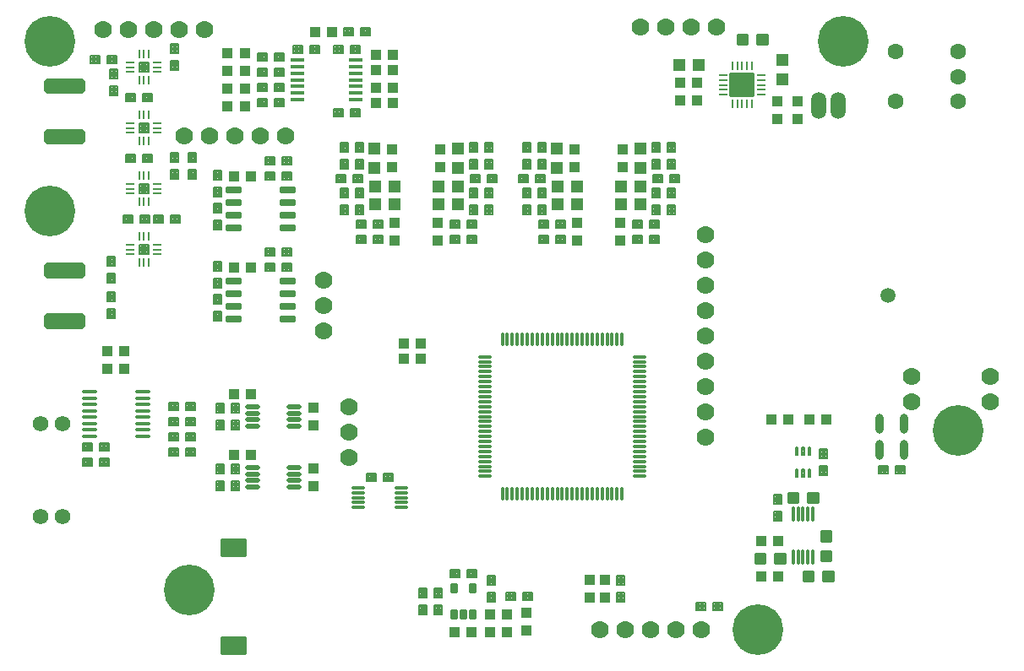
<source format=gts>
*
*
G04 PADS9.1 Build Number: 384028 generated Gerber (RS-274-X) file*
G04 PC Version=2.1*
*
%IN "PSDR.pcb"*%
*
%MOIN*%
*
%FSLAX35Y35*%
*
*
*
*
G04 PC Standard Apertures*
*
*
G04 Thermal Relief Aperture macro.*
%AMTER*
1,1,$1,0,0*
1,0,$1-$2,0,0*
21,0,$3,$4,0,0,45*
21,0,$3,$4,0,0,135*
%
*
*
G04 Annular Aperture macro.*
%AMANN*
1,1,$1,0,0*
1,0,$2,0,0*
%
*
*
G04 Odd Aperture macro.*
%AMODD*
1,1,$1,0,0*
1,0,$1-0.005,0,0*
%
*
*
G04 PC Custom Aperture Macros*
*
*
*
*
*
*
G04 PC Aperture Table*
*
%ADD010C,0.01*%
%ADD011C,0.008*%
%ADD012C,0.00787*%
%ADD013C,0.01575*%
%ADD031C,0.05906*%
%ADD042C,0.001*%
%ADD048C,0.07*%
%ADD072C,0.062*%
%ADD089R,0.043X0.039*%
%ADD090R,0.048X0.048*%
%ADD096R,0.039X0.043*%
%ADD102O,0.03346X0.00984*%
%ADD103O,0.00984X0.03346*%
%ADD104C,0.01181*%
%ADD149C,0.032*%
%ADD152C,0.063*%
%ADD154O,0.05906X0.0175*%
%ADD155O,0.05906X0.01575*%
%ADD156O,0.05512X0.01142*%
%ADD157O,0.05512X0.01575*%
%ADD158O,0.0315X0.07874*%
%ADD159O,0.05906X0.1063*%
%ADD160O,0.01142X0.06102*%
%ADD161O,0.03937X0.00984*%
%ADD162O,0.00984X0.03937*%
%ADD163O,0.01142X0.05709*%
%ADD164O,0.05709X0.01142*%
%ADD165C,0.2*%
*
*
*
*
G04 PC Circuitry*
G04 Layer Name PSDR.pcb - circuitry*
%LPD*%
*
*
G04 PC Custom Flashes*
G04 Layer Name PSDR.pcb - flashes*
%LPD*%
*
*
G04 PC Circuitry*
G04 Layer Name PSDR.pcb - circuitry*
%LPD*%
*
G54D10*
G01X391000Y343100D02*
Y346900D01*
X394800*
Y343100*
X391000*
Y344000D02*
X394800D01*
X391000Y345000D02*
X394800D01*
X391000Y346000D02*
X394800D01*
X391000Y343100D02*
Y346900D01*
X392000Y343100D02*
Y346900D01*
X393000Y343100D02*
Y346900D01*
X394000Y343100D02*
Y346900D01*
X383200Y343100D02*
Y346900D01*
X387000*
Y343100*
X383200*
Y344000D02*
X387000D01*
X383200Y345000D02*
X387000D01*
X383200Y346000D02*
X387000D01*
X384000Y343100D02*
Y346900D01*
X385000Y343100D02*
Y346900D01*
X386000Y343100D02*
Y346900D01*
X387000Y343100D02*
Y346900D01*
X416100Y139200D02*
Y143000D01*
X419900*
Y139200*
X416100*
Y140000D02*
X419900D01*
X416100Y141000D02*
X419900D01*
X416100Y142000D02*
X419900D01*
X416100Y143000D02*
X419900D01*
X417000Y139200D02*
Y143000D01*
X418000Y139200D02*
Y143000D01*
X419000Y139200D02*
Y143000D01*
X416100Y147000D02*
Y150800D01*
X419900*
Y147000*
X416100*
X419900*
X416100Y148000D02*
X419900D01*
X416100Y149000D02*
X419900D01*
X416100Y150000D02*
X419900D01*
X417000Y147000D02*
Y150800D01*
X418000Y147000D02*
Y150800D01*
X419000Y147000D02*
Y150800D01*
X409200Y131100D02*
Y134900D01*
X413000*
Y131100*
X409200*
Y132000D02*
X413000D01*
X409200Y133000D02*
X413000D01*
X409200Y134000D02*
X413000D01*
X410000Y131100D02*
Y134900D01*
X411000Y131100D02*
Y134900D01*
X412000Y131100D02*
Y134900D01*
X413000Y131100D02*
Y134900D01*
X417000Y131100D02*
Y134900D01*
X420800*
Y131100*
X417000*
Y132000D02*
X420800D01*
X417000Y133000D02*
X420800D01*
X417000Y134000D02*
X420800D01*
X417000Y131100D02*
Y134900D01*
X418000Y131100D02*
Y134900D01*
X419000Y131100D02*
Y134900D01*
X420000Y131100D02*
Y134900D01*
X398000Y138100D02*
Y141900D01*
X401800*
Y138100*
X398000*
Y139000D02*
X401800D01*
X398000Y140000D02*
X401800D01*
X398000Y141000D02*
X401800D01*
X398000Y138100D02*
Y141900D01*
X399000Y138100D02*
Y141900D01*
X400000Y138100D02*
Y141900D01*
X401000Y138100D02*
Y141900D01*
X390200Y138100D02*
Y141900D01*
X394000*
Y138100*
X390200*
Y139000D02*
X394000D01*
X390200Y140000D02*
X394000D01*
X390200Y141000D02*
X394000D01*
X391000Y138100D02*
Y141900D01*
X392000Y138100D02*
Y141900D01*
X393000Y138100D02*
Y141900D01*
X394000Y138100D02*
Y141900D01*
X411000Y162100D02*
Y165900D01*
X414800*
Y162100*
X411000*
Y163000D02*
X414800D01*
X411000Y164000D02*
X414800D01*
X411000Y165000D02*
X414800D01*
X411000Y162100D02*
Y165900D01*
X412000Y162100D02*
Y165900D01*
X413000Y162100D02*
Y165900D01*
X414000Y162100D02*
Y165900D01*
X403200Y162100D02*
Y165900D01*
X407000*
Y162100*
X403200*
Y163000D02*
X407000D01*
X403200Y164000D02*
X407000D01*
X403200Y165000D02*
X407000D01*
X404000Y162100D02*
Y165900D01*
X405000Y162100D02*
Y165900D01*
X406000Y162100D02*
Y165900D01*
X407000Y162100D02*
Y165900D01*
G54D11*
X298450Y304100D02*
X301550D01*
Y300600*
X298450*
Y304100*
Y300800D02*
X301550D01*
X298450Y301600D02*
X301550D01*
X298450Y302400D02*
X301550D01*
X298450Y303200D02*
X301550D01*
X298450Y304000D02*
X301550D01*
X299200Y300600D02*
Y304100D01*
X300000Y300600D02*
Y304100D01*
X300800Y300600D02*
Y304100D01*
X298450Y297400D02*
X301550D01*
Y293900*
X298450*
Y297400*
Y294400D02*
X301550D01*
X298450Y295200D02*
X301550D01*
X298450Y296000D02*
X301550D01*
X298450Y296800D02*
X301550D01*
X299200Y293900D02*
Y297400D01*
X300000Y293900D02*
Y297400D01*
X300800Y293900D02*
Y297400D01*
X307100Y291550D02*
Y288450D01*
X303600*
Y291550*
X307100*
X303600Y288800D02*
X307100D01*
X303600Y289600D02*
X307100D01*
X303600Y290400D02*
X307100D01*
X303600Y291200D02*
X307100D01*
X304000Y288450D02*
Y291550D01*
X304800Y288450D02*
Y291550D01*
X305600Y288450D02*
Y291550D01*
X306400Y288450D02*
Y291550D01*
X300400D02*
Y288450D01*
X296900*
Y291550*
X300400*
X296900Y288800D02*
X300400D01*
X296900Y289600D02*
X300400D01*
X296900Y290400D02*
X300400D01*
X296900Y291200D02*
X300400D01*
X297600Y288450D02*
Y291550D01*
X298400Y288450D02*
Y291550D01*
X299200Y288450D02*
Y291550D01*
X300000Y288450D02*
Y291550D01*
X301550Y275900D02*
X298450D01*
Y279400*
X301550*
Y275900*
X298450Y276000D02*
X301550D01*
X298450Y276800D02*
X301550D01*
X298450Y277600D02*
X301550D01*
X298450Y278400D02*
X301550D01*
X298450Y279200D02*
X301550D01*
X299200Y275900D02*
Y279400D01*
X300000Y275900D02*
Y279400D01*
X300800Y275900D02*
Y279400D01*
X301550Y282600D02*
X298450D01*
Y286100*
X301550*
Y282600*
X298450Y283200D02*
X301550D01*
X298450Y284000D02*
X301550D01*
X298450Y284800D02*
X301550D01*
X298450Y285600D02*
X301550D01*
X299200Y282600D02*
Y286100D01*
X300000Y282600D02*
Y286100D01*
X300800Y282600D02*
Y286100D01*
X315100Y267550D02*
Y264450D01*
X311600*
Y267550*
X315100*
X311600Y264800D02*
X315100D01*
X311600Y265600D02*
X315100D01*
X311600Y266400D02*
X315100D01*
X311600Y267200D02*
X315100D01*
X312000Y264450D02*
Y267550D01*
X312800Y264450D02*
Y267550D01*
X313600Y264450D02*
Y267550D01*
X314400Y264450D02*
Y267550D01*
X308400D02*
Y264450D01*
X304900*
Y267550*
X308400*
X304900Y264800D02*
X308400D01*
X304900Y265600D02*
X308400D01*
X304900Y266400D02*
X308400D01*
X304900Y267200D02*
X308400D01*
X305600Y264450D02*
Y267550D01*
X306400Y264450D02*
Y267550D01*
X307200Y264450D02*
Y267550D01*
X308000Y264450D02*
Y267550D01*
X304450Y304100D02*
X307550D01*
Y300600*
X304450*
Y304100*
Y300800D02*
X307550D01*
X304450Y301600D02*
X307550D01*
X304450Y302400D02*
X307550D01*
X304450Y303200D02*
X307550D01*
X304450Y304000D02*
X307550D01*
X304800Y300600D02*
Y304100D01*
X305600Y300600D02*
Y304100D01*
X306400Y300600D02*
Y304100D01*
X307200Y300600D02*
Y304100D01*
X304450Y297400D02*
X307550D01*
Y293900*
X304450*
Y297400*
Y294400D02*
X307550D01*
X304450Y295200D02*
X307550D01*
X304450Y296000D02*
X307550D01*
X304450Y296800D02*
X307550D01*
X304800Y293900D02*
Y297400D01*
X305600Y293900D02*
Y297400D01*
X306400Y293900D02*
Y297400D01*
X307200Y293900D02*
Y297400D01*
X304450Y286100D02*
X307550D01*
Y282600*
X304450*
Y286100*
Y283200D02*
X307550D01*
X304450Y284000D02*
X307550D01*
X304450Y284800D02*
X307550D01*
X304450Y285600D02*
X307550D01*
X304800Y282600D02*
Y286100D01*
X305600Y282600D02*
Y286100D01*
X306400Y282600D02*
Y286100D01*
X307200Y282600D02*
Y286100D01*
X304450Y279400D02*
X307550D01*
Y275900*
X304450*
Y279400*
Y276000D02*
X307550D01*
X304450Y276800D02*
X307550D01*
X304450Y277600D02*
X307550D01*
X304450Y278400D02*
X307550D01*
X304450Y279200D02*
X307550D01*
X304800Y275900D02*
Y279400D01*
X305600Y275900D02*
Y279400D01*
X306400Y275900D02*
Y279400D01*
X307200Y275900D02*
Y279400D01*
X304900Y270450D02*
Y273550D01*
X308400*
Y270450*
X304900*
Y271200D02*
X308400D01*
X304900Y272000D02*
X308400D01*
X304900Y272800D02*
X308400D01*
X305600Y270450D02*
Y273550D01*
X306400Y270450D02*
Y273550D01*
X307200Y270450D02*
Y273550D01*
X308000Y270450D02*
Y273550D01*
X311600Y270450D02*
Y273550D01*
X315100*
Y270450*
X311600*
Y271200D02*
X315100D01*
X311600Y272000D02*
X315100D01*
X311600Y272800D02*
X315100D01*
X312000Y270450D02*
Y273550D01*
X312800Y270450D02*
Y273550D01*
X313600Y270450D02*
Y273550D01*
X314400Y270450D02*
Y273550D01*
X341900Y264450D02*
Y267550D01*
X345400*
Y264450*
X341900*
Y264800D02*
X345400D01*
X341900Y265600D02*
X345400D01*
X341900Y266400D02*
X345400D01*
X341900Y267200D02*
X345400D01*
X342400Y264450D02*
Y267550D01*
X343200Y264450D02*
Y267550D01*
X344000Y264450D02*
Y267550D01*
X344800Y264450D02*
Y267550D01*
X348600Y264450D02*
Y267550D01*
X352100*
Y264450*
X348600*
Y264800D02*
X352100D01*
X348600Y265600D02*
X352100D01*
X348600Y266400D02*
X352100D01*
X348600Y267200D02*
X352100D01*
X348800Y264450D02*
Y267550D01*
X349600Y264450D02*
Y267550D01*
X350400Y264450D02*
Y267550D01*
X351200Y264450D02*
Y267550D01*
X352000Y264450D02*
Y267550D01*
X349900Y288450D02*
Y291550D01*
X353400*
Y288450*
X349900*
Y288800D02*
X353400D01*
X349900Y289600D02*
X353400D01*
X349900Y290400D02*
X353400D01*
X349900Y291200D02*
X353400D01*
X350400Y288450D02*
Y291550D01*
X351200Y288450D02*
Y291550D01*
X352000Y288450D02*
Y291550D01*
X352800Y288450D02*
Y291550D01*
X356600Y288450D02*
Y291550D01*
X360100*
Y288450*
X356600*
Y288800D02*
X360100D01*
X356600Y289600D02*
X360100D01*
X356600Y290400D02*
X360100D01*
X356600Y291200D02*
X360100D01*
X356800Y288450D02*
Y291550D01*
X357600Y288450D02*
Y291550D01*
X358400Y288450D02*
Y291550D01*
X359200Y288450D02*
Y291550D01*
X360000Y288450D02*
Y291550D01*
X124900Y176450D02*
Y179550D01*
X128400*
Y176450*
X124900*
Y176800D02*
X128400D01*
X124900Y177600D02*
X128400D01*
X124900Y178400D02*
X128400D01*
X124900Y179200D02*
X128400D01*
X125600Y176450D02*
Y179550D01*
X126400Y176450D02*
Y179550D01*
X127200Y176450D02*
Y179550D01*
X128000Y176450D02*
Y179550D01*
X131600Y176450D02*
Y179550D01*
X135100*
Y176450*
X131600*
Y176800D02*
X135100D01*
X131600Y177600D02*
X135100D01*
X131600Y178400D02*
X135100D01*
X131600Y179200D02*
X135100D01*
X132000Y176450D02*
Y179550D01*
X132800Y176450D02*
Y179550D01*
X133600Y176450D02*
Y179550D01*
X134400Y176450D02*
Y179550D01*
X238100Y349550D02*
Y346450D01*
X234600*
Y349550*
X238100*
X234600Y347200D02*
X238100D01*
X234600Y348000D02*
X238100D01*
X234600Y348800D02*
X238100D01*
X235200Y346450D02*
Y349550D01*
X236000Y346450D02*
Y349550D01*
X236800Y346450D02*
Y349550D01*
X237600Y346450D02*
Y349550D01*
X231400D02*
Y346450D01*
X227900*
Y349550*
X231400*
X227900Y347200D02*
X231400D01*
X227900Y348000D02*
X231400D01*
X227900Y348800D02*
X231400D01*
X228000Y346450D02*
Y349550D01*
X228800Y346450D02*
Y349550D01*
X229600Y346450D02*
Y349550D01*
X230400Y346450D02*
Y349550D01*
X231200Y346450D02*
Y349550D01*
X196900Y259450D02*
Y262550D01*
X200400*
Y259450*
X196900*
Y260000D02*
X200400D01*
X196900Y260800D02*
X200400D01*
X196900Y261600D02*
X200400D01*
X196900Y262400D02*
X200400D01*
X197600Y259450D02*
Y262550D01*
X198400Y259450D02*
Y262550D01*
X199200Y259450D02*
Y262550D01*
X200000Y259450D02*
Y262550D01*
X203600Y259450D02*
Y262550D01*
X207100*
Y259450*
X203600*
Y260000D02*
X207100D01*
X203600Y260800D02*
X207100D01*
X203600Y261600D02*
X207100D01*
X203600Y262400D02*
X207100D01*
X204000Y259450D02*
Y262550D01*
X204800Y259450D02*
Y262550D01*
X205600Y259450D02*
Y262550D01*
X206400Y259450D02*
Y262550D01*
X196900Y253450D02*
Y256550D01*
X200400*
Y253450*
X196900*
Y253600D02*
X200400D01*
X196900Y254400D02*
X200400D01*
X196900Y255200D02*
X200400D01*
X196900Y256000D02*
X200400D01*
X197600Y253450D02*
Y256550D01*
X198400Y253450D02*
Y256550D01*
X199200Y253450D02*
Y256550D01*
X200000Y253450D02*
Y256550D01*
X203600Y253450D02*
Y256550D01*
X207100*
Y253450*
X203600*
Y253600D02*
X207100D01*
X203600Y254400D02*
X207100D01*
X203600Y255200D02*
X207100D01*
X203600Y256000D02*
X207100D01*
X204000Y253450D02*
Y256550D01*
X204800Y253450D02*
Y256550D01*
X205600Y253450D02*
Y256550D01*
X206400Y253450D02*
Y256550D01*
X196900Y295450D02*
Y298550D01*
X200400*
Y295450*
X196900*
Y296000D02*
X200400D01*
X196900Y296800D02*
X200400D01*
X196900Y297600D02*
X200400D01*
X196900Y298400D02*
X200400D01*
X197600Y295450D02*
Y298550D01*
X198400Y295450D02*
Y298550D01*
X199200Y295450D02*
Y298550D01*
X200000Y295450D02*
Y298550D01*
X203600Y295450D02*
Y298550D01*
X207100*
Y295450*
X203600*
Y296000D02*
X207100D01*
X203600Y296800D02*
X207100D01*
X203600Y297600D02*
X207100D01*
X203600Y298400D02*
X207100D01*
X204000Y295450D02*
Y298550D01*
X204800Y295450D02*
Y298550D01*
X205600Y295450D02*
Y298550D01*
X206400Y295450D02*
Y298550D01*
X196900Y289450D02*
Y292550D01*
X200400*
Y289450*
X196900*
Y289600D02*
X200400D01*
X196900Y290400D02*
X200400D01*
X196900Y291200D02*
X200400D01*
X196900Y292000D02*
X200400D01*
X197600Y289450D02*
Y292550D01*
X198400Y289450D02*
Y292550D01*
X199200Y289450D02*
Y292550D01*
X200000Y289450D02*
Y292550D01*
X203600Y289450D02*
Y292550D01*
X207100*
Y289450*
X203600*
Y289600D02*
X207100D01*
X203600Y290400D02*
X207100D01*
X203600Y291200D02*
X207100D01*
X203600Y292000D02*
X207100D01*
X204000Y289450D02*
Y292550D01*
X204800Y289450D02*
Y292550D01*
X205600Y289450D02*
Y292550D01*
X206400Y289450D02*
Y292550D01*
X124900Y182450D02*
Y185550D01*
X128400*
Y182450*
X124900*
Y183200D02*
X128400D01*
X124900Y184000D02*
X128400D01*
X124900Y184800D02*
X128400D01*
X125600Y182450D02*
Y185550D01*
X126400Y182450D02*
Y185550D01*
X127200Y182450D02*
Y185550D01*
X128000Y182450D02*
Y185550D01*
X131600Y182450D02*
Y185550D01*
X135100*
Y182450*
X131600*
Y183200D02*
X135100D01*
X131600Y184000D02*
X135100D01*
X131600Y184800D02*
X135100D01*
X132000Y182450D02*
Y185550D01*
X132800Y182450D02*
Y185550D01*
X133600Y182450D02*
Y185550D01*
X134400Y182450D02*
Y185550D01*
X176450Y293100D02*
X179550D01*
Y289600*
X176450*
Y293100*
Y289600D02*
X179550D01*
X176450Y290400D02*
X179550D01*
X176450Y291200D02*
X179550D01*
X176450Y292000D02*
X179550D01*
X176450Y292800D02*
X179550D01*
X176800Y289600D02*
Y293100D01*
X177600Y289600D02*
Y293100D01*
X178400Y289600D02*
Y293100D01*
X179200Y289600D02*
Y293100D01*
X176450Y286400D02*
X179550D01*
Y282900*
X176450*
Y286400*
Y283200D02*
X179550D01*
X176450Y284000D02*
X179550D01*
X176450Y284800D02*
X179550D01*
X176450Y285600D02*
X179550D01*
X176450Y286400D02*
X179550D01*
X176800Y282900D02*
Y286400D01*
X177600Y282900D02*
Y286400D01*
X178400Y282900D02*
Y286400D01*
X179200Y282900D02*
Y286400D01*
X176450Y280100D02*
X179550D01*
Y276600*
X176450*
Y280100*
Y276800D02*
X179550D01*
X176450Y277600D02*
X179550D01*
X176450Y278400D02*
X179550D01*
X176450Y279200D02*
X179550D01*
X176450Y280000D02*
X179550D01*
X176800Y276600D02*
Y280100D01*
X177600Y276600D02*
Y280100D01*
X178400Y276600D02*
Y280100D01*
X179200Y276600D02*
Y280100D01*
X176450Y273400D02*
X179550D01*
Y269900*
X176450*
Y273400*
Y270400D02*
X179550D01*
X176450Y271200D02*
X179550D01*
X176450Y272000D02*
X179550D01*
X176450Y272800D02*
X179550D01*
X176800Y269900D02*
Y273400D01*
X177600Y269900D02*
Y273400D01*
X178400Y269900D02*
Y273400D01*
X179200Y269900D02*
Y273400D01*
X176450Y257100D02*
X179550D01*
Y253600*
X176450*
Y257100*
Y253600D02*
X179550D01*
X176450Y254400D02*
X179550D01*
X176450Y255200D02*
X179550D01*
X176450Y256000D02*
X179550D01*
X176450Y256800D02*
X179550D01*
X176800Y253600D02*
Y257100D01*
X177600Y253600D02*
Y257100D01*
X178400Y253600D02*
Y257100D01*
X179200Y253600D02*
Y257100D01*
X176450Y250400D02*
X179550D01*
Y246900*
X176450*
Y250400*
Y247200D02*
X179550D01*
X176450Y248000D02*
X179550D01*
X176450Y248800D02*
X179550D01*
X176450Y249600D02*
X179550D01*
X176450Y250400D02*
X179550D01*
X176800Y246900D02*
Y250400D01*
X177600Y246900D02*
Y250400D01*
X178400Y246900D02*
Y250400D01*
X179200Y246900D02*
Y250400D01*
X176450Y244100D02*
X179550D01*
Y240600*
X176450*
Y244100*
Y240800D02*
X179550D01*
X176450Y241600D02*
X179550D01*
X176450Y242400D02*
X179550D01*
X176450Y243200D02*
X179550D01*
X176450Y244000D02*
X179550D01*
X176800Y240600D02*
Y244100D01*
X177600Y240600D02*
Y244100D01*
X178400Y240600D02*
Y244100D01*
X179200Y240600D02*
Y244100D01*
X176450Y237400D02*
X179550D01*
Y233900*
X176450*
Y237400*
Y234400D02*
X179550D01*
X176450Y235200D02*
X179550D01*
X176450Y236000D02*
X179550D01*
X176450Y236800D02*
X179550D01*
X176800Y233900D02*
Y237400D01*
X177600Y233900D02*
Y237400D01*
X178400Y233900D02*
Y237400D01*
X179200Y233900D02*
Y237400D01*
X449100Y176550D02*
Y173450D01*
X445600*
Y176550*
X449100*
X445600Y173600D02*
X449100D01*
X445600Y174400D02*
X449100D01*
X445600Y175200D02*
X449100D01*
X445600Y176000D02*
X449100D01*
X445600Y173450D02*
Y176550D01*
X446400Y173450D02*
Y176550D01*
X447200Y173450D02*
Y176550D01*
X448000Y173450D02*
Y176550D01*
X448800Y173450D02*
Y176550D01*
X442400D02*
Y173450D01*
X438900*
Y176550*
X442400*
X438900Y173600D02*
X442400D01*
X438900Y174400D02*
X442400D01*
X438900Y175200D02*
X442400D01*
X438900Y176000D02*
X442400D01*
X439200Y173450D02*
Y176550D01*
X440000Y173450D02*
Y176550D01*
X440800Y173450D02*
Y176550D01*
X441600Y173450D02*
Y176550D01*
X442400Y173450D02*
Y176550D01*
X355450Y304100D02*
X358550D01*
Y300600*
X355450*
Y304100*
Y300800D02*
X358550D01*
X355450Y301600D02*
X358550D01*
X355450Y302400D02*
X358550D01*
X355450Y303200D02*
X358550D01*
X355450Y304000D02*
X358550D01*
X356000Y300600D02*
Y304100D01*
X356800Y300600D02*
Y304100D01*
X357600Y300600D02*
Y304100D01*
X358400Y300600D02*
Y304100D01*
X355450Y297400D02*
X358550D01*
Y293900*
X355450*
Y297400*
Y294400D02*
X358550D01*
X355450Y295200D02*
X358550D01*
X355450Y296000D02*
X358550D01*
X355450Y296800D02*
X358550D01*
X356000Y293900D02*
Y297400D01*
X356800Y293900D02*
Y297400D01*
X357600Y293900D02*
Y297400D01*
X358400Y293900D02*
Y297400D01*
X358550Y275900D02*
X355450D01*
Y279400*
X358550*
Y275900*
X355450Y276000D02*
X358550D01*
X355450Y276800D02*
X358550D01*
X355450Y277600D02*
X358550D01*
X355450Y278400D02*
X358550D01*
X355450Y279200D02*
X358550D01*
X356000Y275900D02*
Y279400D01*
X356800Y275900D02*
Y279400D01*
X357600Y275900D02*
Y279400D01*
X358400Y275900D02*
Y279400D01*
X358550Y282600D02*
X355450D01*
Y286100*
X358550*
Y282600*
X355450Y283200D02*
X358550D01*
X355450Y284000D02*
X358550D01*
X355450Y284800D02*
X358550D01*
X355450Y285600D02*
X358550D01*
X356000Y282600D02*
Y286100D01*
X356800Y282600D02*
Y286100D01*
X357600Y282600D02*
Y286100D01*
X358400Y282600D02*
Y286100D01*
X349450Y304100D02*
X352550D01*
Y300600*
X349450*
Y304100*
Y300800D02*
X352550D01*
X349450Y301600D02*
X352550D01*
X349450Y302400D02*
X352550D01*
X349450Y303200D02*
X352550D01*
X349450Y304000D02*
X352550D01*
X349600Y300600D02*
Y304100D01*
X350400Y300600D02*
Y304100D01*
X351200Y300600D02*
Y304100D01*
X352000Y300600D02*
Y304100D01*
X349450Y297400D02*
X352550D01*
Y293900*
X349450*
Y297400*
Y294400D02*
X352550D01*
X349450Y295200D02*
X352550D01*
X349450Y296000D02*
X352550D01*
X349450Y296800D02*
X352550D01*
X349600Y293900D02*
Y297400D01*
X350400Y293900D02*
Y297400D01*
X351200Y293900D02*
Y297400D01*
X352000Y293900D02*
Y297400D01*
X349450Y286100D02*
X352550D01*
Y282600*
X349450*
Y286100*
Y283200D02*
X352550D01*
X349450Y284000D02*
X352550D01*
X349450Y284800D02*
X352550D01*
X349450Y285600D02*
X352550D01*
X349600Y282600D02*
Y286100D01*
X350400Y282600D02*
Y286100D01*
X351200Y282600D02*
Y286100D01*
X352000Y282600D02*
Y286100D01*
X349450Y279400D02*
X352550D01*
Y275900*
X349450*
Y279400*
Y276000D02*
X352550D01*
X349450Y276800D02*
X352550D01*
X349450Y277600D02*
X352550D01*
X349450Y278400D02*
X352550D01*
X349450Y279200D02*
X352550D01*
X349600Y275900D02*
Y279400D01*
X350400Y275900D02*
Y279400D01*
X351200Y275900D02*
Y279400D01*
X352000Y275900D02*
Y279400D01*
X352100Y273550D02*
Y270450D01*
X348600*
Y273550*
X352100*
X348600Y271200D02*
X352100D01*
X348600Y272000D02*
X352100D01*
X348600Y272800D02*
X352100D01*
X348800Y270450D02*
Y273550D01*
X349600Y270450D02*
Y273550D01*
X350400Y270450D02*
Y273550D01*
X351200Y270450D02*
Y273550D01*
X352000Y270450D02*
Y273550D01*
X345400D02*
Y270450D01*
X341900*
Y273550*
X345400*
X341900Y271200D02*
X345400D01*
X341900Y272000D02*
X345400D01*
X341900Y272800D02*
X345400D01*
X342400Y270450D02*
Y273550D01*
X343200Y270450D02*
Y273550D01*
X344000Y270450D02*
Y273550D01*
X344800Y270450D02*
Y273550D01*
X283450Y304100D02*
X286550D01*
Y300600*
X283450*
Y304100*
Y300800D02*
X286550D01*
X283450Y301600D02*
X286550D01*
X283450Y302400D02*
X286550D01*
X283450Y303200D02*
X286550D01*
X283450Y304000D02*
X286550D01*
X284000Y300600D02*
Y304100D01*
X284800Y300600D02*
Y304100D01*
X285600Y300600D02*
Y304100D01*
X286400Y300600D02*
Y304100D01*
X283450Y297400D02*
X286550D01*
Y293900*
X283450*
Y297400*
Y294400D02*
X286550D01*
X283450Y295200D02*
X286550D01*
X283450Y296000D02*
X286550D01*
X283450Y296800D02*
X286550D01*
X284000Y293900D02*
Y297400D01*
X284800Y293900D02*
Y297400D01*
X285600Y293900D02*
Y297400D01*
X286400Y293900D02*
Y297400D01*
X277900Y288450D02*
Y291550D01*
X281400*
Y288450*
X277900*
Y288800D02*
X281400D01*
X277900Y289600D02*
X281400D01*
X277900Y290400D02*
X281400D01*
X277900Y291200D02*
X281400D01*
X278400Y288450D02*
Y291550D01*
X279200Y288450D02*
Y291550D01*
X280000Y288450D02*
Y291550D01*
X280800Y288450D02*
Y291550D01*
X284600Y288450D02*
Y291550D01*
X288100*
Y288450*
X284600*
Y288800D02*
X288100D01*
X284600Y289600D02*
X288100D01*
X284600Y290400D02*
X288100D01*
X284600Y291200D02*
X288100D01*
X284800Y288450D02*
Y291550D01*
X285600Y288450D02*
Y291550D01*
X286400Y288450D02*
Y291550D01*
X287200Y288450D02*
Y291550D01*
X288000Y288450D02*
Y291550D01*
X286550Y275900D02*
X283450D01*
Y279400*
X286550*
Y275900*
X283450Y276000D02*
X286550D01*
X283450Y276800D02*
X286550D01*
X283450Y277600D02*
X286550D01*
X283450Y278400D02*
X286550D01*
X283450Y279200D02*
X286550D01*
X284000Y275900D02*
Y279400D01*
X284800Y275900D02*
Y279400D01*
X285600Y275900D02*
Y279400D01*
X286400Y275900D02*
Y279400D01*
X286550Y282600D02*
X283450D01*
Y286100*
X286550*
Y282600*
X283450Y283200D02*
X286550D01*
X283450Y284000D02*
X286550D01*
X283450Y284800D02*
X286550D01*
X283450Y285600D02*
X286550D01*
X284000Y282600D02*
Y286100D01*
X284800Y282600D02*
Y286100D01*
X285600Y282600D02*
Y286100D01*
X286400Y282600D02*
Y286100D01*
X269900Y264450D02*
Y267550D01*
X273400*
Y264450*
X269900*
Y264800D02*
X273400D01*
X269900Y265600D02*
X273400D01*
X269900Y266400D02*
X273400D01*
X269900Y267200D02*
X273400D01*
X270400Y264450D02*
Y267550D01*
X271200Y264450D02*
Y267550D01*
X272000Y264450D02*
Y267550D01*
X272800Y264450D02*
Y267550D01*
X276600Y264450D02*
Y267550D01*
X280100*
Y264450*
X276600*
Y264800D02*
X280100D01*
X276600Y265600D02*
X280100D01*
X276600Y266400D02*
X280100D01*
X276600Y267200D02*
X280100D01*
X276800Y264450D02*
Y267550D01*
X277600Y264450D02*
Y267550D01*
X278400Y264450D02*
Y267550D01*
X279200Y264450D02*
Y267550D01*
X280000Y264450D02*
Y267550D01*
X277450Y304100D02*
X280550D01*
Y300600*
X277450*
Y304100*
Y300800D02*
X280550D01*
X277450Y301600D02*
X280550D01*
X277450Y302400D02*
X280550D01*
X277450Y303200D02*
X280550D01*
X277450Y304000D02*
X280550D01*
X277600Y300600D02*
Y304100D01*
X278400Y300600D02*
Y304100D01*
X279200Y300600D02*
Y304100D01*
X280000Y300600D02*
Y304100D01*
X277450Y297400D02*
X280550D01*
Y293900*
X277450*
Y297400*
Y294400D02*
X280550D01*
X277450Y295200D02*
X280550D01*
X277450Y296000D02*
X280550D01*
X277450Y296800D02*
X280550D01*
X277600Y293900D02*
Y297400D01*
X278400Y293900D02*
Y297400D01*
X279200Y293900D02*
Y297400D01*
X280000Y293900D02*
Y297400D01*
X277450Y286100D02*
X280550D01*
Y282600*
X277450*
Y286100*
Y283200D02*
X280550D01*
X277450Y284000D02*
X280550D01*
X277450Y284800D02*
X280550D01*
X277450Y285600D02*
X280550D01*
X277600Y282600D02*
Y286100D01*
X278400Y282600D02*
Y286100D01*
X279200Y282600D02*
Y286100D01*
X280000Y282600D02*
Y286100D01*
X277450Y279400D02*
X280550D01*
Y275900*
X277450*
Y279400*
Y276000D02*
X280550D01*
X277450Y276800D02*
X280550D01*
X277450Y277600D02*
X280550D01*
X277450Y278400D02*
X280550D01*
X277450Y279200D02*
X280550D01*
X277600Y275900D02*
Y279400D01*
X278400Y275900D02*
Y279400D01*
X279200Y275900D02*
Y279400D01*
X280000Y275900D02*
Y279400D01*
X280100Y273550D02*
Y270450D01*
X276600*
Y273550*
X280100*
X276600Y271200D02*
X280100D01*
X276600Y272000D02*
X280100D01*
X276600Y272800D02*
X280100D01*
X276800Y270450D02*
Y273550D01*
X277600Y270450D02*
Y273550D01*
X278400Y270450D02*
Y273550D01*
X279200Y270450D02*
Y273550D01*
X280000Y270450D02*
Y273550D01*
X273400D02*
Y270450D01*
X269900*
Y273550*
X273400*
X269900Y271200D02*
X273400D01*
X269900Y272000D02*
X273400D01*
X269900Y272800D02*
X273400D01*
X270400Y270450D02*
Y273550D01*
X271200Y270450D02*
Y273550D01*
X272000Y270450D02*
Y273550D01*
X272800Y270450D02*
Y273550D01*
X226450Y304100D02*
X229550D01*
Y300600*
X226450*
Y304100*
Y300800D02*
X229550D01*
X226450Y301600D02*
X229550D01*
X226450Y302400D02*
X229550D01*
X226450Y303200D02*
X229550D01*
X226450Y304000D02*
X229550D01*
X227200Y300600D02*
Y304100D01*
X228000Y300600D02*
Y304100D01*
X228800Y300600D02*
Y304100D01*
X226450Y297400D02*
X229550D01*
Y293900*
X226450*
Y297400*
Y294400D02*
X229550D01*
X226450Y295200D02*
X229550D01*
X226450Y296000D02*
X229550D01*
X226450Y296800D02*
X229550D01*
X227200Y293900D02*
Y297400D01*
X228000Y293900D02*
Y297400D01*
X228800Y293900D02*
Y297400D01*
X235100Y291550D02*
Y288450D01*
X231600*
Y291550*
X235100*
X231600Y288800D02*
X235100D01*
X231600Y289600D02*
X235100D01*
X231600Y290400D02*
X235100D01*
X231600Y291200D02*
X235100D01*
X232000Y288450D02*
Y291550D01*
X232800Y288450D02*
Y291550D01*
X233600Y288450D02*
Y291550D01*
X234400Y288450D02*
Y291550D01*
X228400D02*
Y288450D01*
X224900*
Y291550*
X228400*
X224900Y288800D02*
X228400D01*
X224900Y289600D02*
X228400D01*
X224900Y290400D02*
X228400D01*
X224900Y291200D02*
X228400D01*
X225600Y288450D02*
Y291550D01*
X226400Y288450D02*
Y291550D01*
X227200Y288450D02*
Y291550D01*
X228000Y288450D02*
Y291550D01*
X229550Y275900D02*
X226450D01*
Y279400*
X229550*
Y275900*
X226450Y276000D02*
X229550D01*
X226450Y276800D02*
X229550D01*
X226450Y277600D02*
X229550D01*
X226450Y278400D02*
X229550D01*
X226450Y279200D02*
X229550D01*
X227200Y275900D02*
Y279400D01*
X228000Y275900D02*
Y279400D01*
X228800Y275900D02*
Y279400D01*
X229550Y282600D02*
X226450D01*
Y286100*
X229550*
Y282600*
X226450Y283200D02*
X229550D01*
X226450Y284000D02*
X229550D01*
X226450Y284800D02*
X229550D01*
X226450Y285600D02*
X229550D01*
X227200Y282600D02*
Y286100D01*
X228000Y282600D02*
Y286100D01*
X228800Y282600D02*
Y286100D01*
X243100Y267550D02*
Y264450D01*
X239600*
Y267550*
X243100*
X239600Y264800D02*
X243100D01*
X239600Y265600D02*
X243100D01*
X239600Y266400D02*
X243100D01*
X239600Y267200D02*
X243100D01*
X240000Y264450D02*
Y267550D01*
X240800Y264450D02*
Y267550D01*
X241600Y264450D02*
Y267550D01*
X242400Y264450D02*
Y267550D01*
X236400D02*
Y264450D01*
X232900*
Y267550*
X236400*
X232900Y264800D02*
X236400D01*
X232900Y265600D02*
X236400D01*
X232900Y266400D02*
X236400D01*
X232900Y267200D02*
X236400D01*
X233600Y264450D02*
Y267550D01*
X234400Y264450D02*
Y267550D01*
X235200Y264450D02*
Y267550D01*
X236000Y264450D02*
Y267550D01*
X232450Y304100D02*
X235550D01*
Y300600*
X232450*
Y304100*
Y300800D02*
X235550D01*
X232450Y301600D02*
X235550D01*
X232450Y302400D02*
X235550D01*
X232450Y303200D02*
X235550D01*
X232450Y304000D02*
X235550D01*
X232800Y300600D02*
Y304100D01*
X233600Y300600D02*
Y304100D01*
X234400Y300600D02*
Y304100D01*
X235200Y300600D02*
Y304100D01*
X232450Y297400D02*
X235550D01*
Y293900*
X232450*
Y297400*
Y294400D02*
X235550D01*
X232450Y295200D02*
X235550D01*
X232450Y296000D02*
X235550D01*
X232450Y296800D02*
X235550D01*
X232800Y293900D02*
Y297400D01*
X233600Y293900D02*
Y297400D01*
X234400Y293900D02*
Y297400D01*
X235200Y293900D02*
Y297400D01*
X232450Y286100D02*
X235550D01*
Y282600*
X232450*
Y286100*
Y283200D02*
X235550D01*
X232450Y284000D02*
X235550D01*
X232450Y284800D02*
X235550D01*
X232450Y285600D02*
X235550D01*
X232800Y282600D02*
Y286100D01*
X233600Y282600D02*
Y286100D01*
X234400Y282600D02*
Y286100D01*
X235200Y282600D02*
Y286100D01*
X232450Y279400D02*
X235550D01*
Y275900*
X232450*
Y279400*
Y276000D02*
X235550D01*
X232450Y276800D02*
X235550D01*
X232450Y277600D02*
X235550D01*
X232450Y278400D02*
X235550D01*
X232450Y279200D02*
X235550D01*
X232800Y275900D02*
Y279400D01*
X233600Y275900D02*
Y279400D01*
X234400Y275900D02*
Y279400D01*
X235200Y275900D02*
Y279400D01*
X232900Y270450D02*
Y273550D01*
X236400*
Y270450*
X232900*
Y271200D02*
X236400D01*
X232900Y272000D02*
X236400D01*
X232900Y272800D02*
X236400D01*
X233600Y270450D02*
Y273550D01*
X234400Y270450D02*
Y273550D01*
X235200Y270450D02*
Y273550D01*
X236000Y270450D02*
Y273550D01*
X239600Y270450D02*
Y273550D01*
X243100*
Y270450*
X239600*
Y271200D02*
X243100D01*
X239600Y272000D02*
X243100D01*
X239600Y272800D02*
X243100D01*
X240000Y270450D02*
Y273550D01*
X240800Y270450D02*
Y273550D01*
X241600Y270450D02*
Y273550D01*
X242400Y270450D02*
Y273550D01*
X180550Y166900D02*
X177450D01*
Y170400*
X180550*
Y166900*
X177450Y167200D02*
X180550D01*
X177450Y168000D02*
X180550D01*
X177450Y168800D02*
X180550D01*
X177450Y169600D02*
X180550D01*
X177450Y170400D02*
X180550D01*
X177600Y166900D02*
Y170400D01*
X178400Y166900D02*
Y170400D01*
X179200Y166900D02*
Y170400D01*
X180000Y166900D02*
Y170400D01*
X180550Y173600D02*
X177450D01*
Y177100*
X180550*
Y173600*
X177450D02*
X180550D01*
X177450Y174400D02*
X180550D01*
X177450Y175200D02*
X180550D01*
X177450Y176000D02*
X180550D01*
X177450Y176800D02*
X180550D01*
X177600Y173600D02*
Y177100D01*
X178400Y173600D02*
Y177100D01*
X179200Y173600D02*
Y177100D01*
X180000Y173600D02*
Y177100D01*
X180550Y190900D02*
X177450D01*
Y194400*
X180550*
Y190900*
X177450Y191200D02*
X180550D01*
X177450Y192000D02*
X180550D01*
X177450Y192800D02*
X180550D01*
X177450Y193600D02*
X180550D01*
X177450Y194400D02*
X180550D01*
X177600Y190900D02*
Y194400D01*
X178400Y190900D02*
Y194400D01*
X179200Y190900D02*
Y194400D01*
X180000Y190900D02*
Y194400D01*
X180550Y197600D02*
X177450D01*
Y201100*
X180550*
Y197600*
X177450D02*
X180550D01*
X177450Y198400D02*
X180550D01*
X177450Y199200D02*
X180550D01*
X177450Y200000D02*
X180550D01*
X177450Y200800D02*
X180550D01*
X177600Y197600D02*
Y201100D01*
X178400Y197600D02*
Y201100D01*
X179200Y197600D02*
Y201100D01*
X180000Y197600D02*
Y201100D01*
X158900Y186450D02*
Y189550D01*
X162400*
Y186450*
X158900*
Y187200D02*
X162400D01*
X158900Y188000D02*
X162400D01*
X158900Y188800D02*
X162400D01*
X159200Y186450D02*
Y189550D01*
X160000Y186450D02*
Y189550D01*
X160800Y186450D02*
Y189550D01*
X161600Y186450D02*
Y189550D01*
X162400Y186450D02*
Y189550D01*
X165600Y186450D02*
Y189550D01*
X169100*
Y186450*
X165600*
Y187200D02*
X169100D01*
X165600Y188000D02*
X169100D01*
X165600Y188800D02*
X169100D01*
X165600Y186450D02*
Y189550D01*
X166400Y186450D02*
Y189550D01*
X167200Y186450D02*
Y189550D01*
X168000Y186450D02*
Y189550D01*
X168800Y186450D02*
Y189550D01*
X158900Y192450D02*
Y195550D01*
X162400*
Y192450*
X158900*
Y192800D02*
X162400D01*
X158900Y193600D02*
X162400D01*
X158900Y194400D02*
X162400D01*
X158900Y195200D02*
X162400D01*
X159200Y192450D02*
Y195550D01*
X160000Y192450D02*
Y195550D01*
X160800Y192450D02*
Y195550D01*
X161600Y192450D02*
Y195550D01*
X162400Y192450D02*
Y195550D01*
X165600Y192450D02*
Y195550D01*
X169100*
Y192450*
X165600*
Y192800D02*
X169100D01*
X165600Y193600D02*
X169100D01*
X165600Y194400D02*
X169100D01*
X165600Y195200D02*
X169100D01*
X165600Y192450D02*
Y195550D01*
X166400Y192450D02*
Y195550D01*
X167200Y192450D02*
Y195550D01*
X168000Y192450D02*
Y195550D01*
X168800Y192450D02*
Y195550D01*
X158900Y180450D02*
Y183550D01*
X162400*
Y180450*
X158900*
Y180800D02*
X162400D01*
X158900Y181600D02*
X162400D01*
X158900Y182400D02*
X162400D01*
X158900Y183200D02*
X162400D01*
X159200Y180450D02*
Y183550D01*
X160000Y180450D02*
Y183550D01*
X160800Y180450D02*
Y183550D01*
X161600Y180450D02*
Y183550D01*
X162400Y180450D02*
Y183550D01*
X165600Y180450D02*
Y183550D01*
X169100*
Y180450*
X165600*
Y180800D02*
X169100D01*
X165600Y181600D02*
X169100D01*
X165600Y182400D02*
X169100D01*
X165600Y183200D02*
X169100D01*
X165600Y180450D02*
Y183550D01*
X166400Y180450D02*
Y183550D01*
X167200Y180450D02*
Y183550D01*
X168000Y180450D02*
Y183550D01*
X168800Y180450D02*
Y183550D01*
X158900Y198450D02*
Y201550D01*
X162400*
Y198450*
X158900*
Y199200D02*
X162400D01*
X158900Y200000D02*
X162400D01*
X158900Y200800D02*
X162400D01*
X159200Y198450D02*
Y201550D01*
X160000Y198450D02*
Y201550D01*
X160800Y198450D02*
Y201550D01*
X161600Y198450D02*
Y201550D01*
X162400Y198450D02*
Y201550D01*
X165600Y198450D02*
Y201550D01*
X169100*
Y198450*
X165600*
Y199200D02*
X169100D01*
X165600Y200000D02*
X169100D01*
X165600Y200800D02*
X169100D01*
X165600Y198450D02*
Y201550D01*
X166400Y198450D02*
Y201550D01*
X167200Y198450D02*
Y201550D01*
X168000Y198450D02*
Y201550D01*
X168800Y198450D02*
Y201550D01*
X186550Y190900D02*
X183450D01*
Y194400*
X186550*
Y190900*
X183450Y191200D02*
X186550D01*
X183450Y192000D02*
X186550D01*
X183450Y192800D02*
X186550D01*
X183450Y193600D02*
X186550D01*
X183450Y194400D02*
X186550D01*
X184000Y190900D02*
Y194400D01*
X184800Y190900D02*
Y194400D01*
X185600Y190900D02*
Y194400D01*
X186400Y190900D02*
Y194400D01*
X186550Y197600D02*
X183450D01*
Y201100*
X186550*
Y197600*
X183450D02*
X186550D01*
X183450Y198400D02*
X186550D01*
X183450Y199200D02*
X186550D01*
X183450Y200000D02*
X186550D01*
X183450Y200800D02*
X186550D01*
X184000Y197600D02*
Y201100D01*
X184800Y197600D02*
Y201100D01*
X185600Y197600D02*
Y201100D01*
X186400Y197600D02*
Y201100D01*
X186550Y166900D02*
X183450D01*
Y170400*
X186550*
Y166900*
X183450Y167200D02*
X186550D01*
X183450Y168000D02*
X186550D01*
X183450Y168800D02*
X186550D01*
X183450Y169600D02*
X186550D01*
X183450Y170400D02*
X186550D01*
X184000Y166900D02*
Y170400D01*
X184800Y166900D02*
Y170400D01*
X185600Y166900D02*
Y170400D01*
X186400Y166900D02*
Y170400D01*
X186550Y173600D02*
X183450D01*
Y177100*
X186550*
Y173600*
X183450D02*
X186550D01*
X183450Y174400D02*
X186550D01*
X183450Y175200D02*
X186550D01*
X183450Y176000D02*
X186550D01*
X183450Y176800D02*
X186550D01*
X184000Y173600D02*
Y177100D01*
X184800Y173600D02*
Y177100D01*
X185600Y173600D02*
Y177100D01*
X186400Y173600D02*
Y177100D01*
X234100Y317550D02*
Y314450D01*
X230600*
Y317550*
X234100*
X230600Y315200D02*
X234100D01*
X230600Y316000D02*
X234100D01*
X230600Y316800D02*
X234100D01*
X231200Y314450D02*
Y317550D01*
X232000Y314450D02*
Y317550D01*
X232800Y314450D02*
Y317550D01*
X233600Y314450D02*
Y317550D01*
X227400D02*
Y314450D01*
X223900*
Y317550*
X227400*
X223900Y315200D02*
X227400D01*
X223900Y316000D02*
X227400D01*
X223900Y316800D02*
X227400D01*
X224000Y314450D02*
Y317550D01*
X224800Y314450D02*
Y317550D01*
X225600Y314450D02*
Y317550D01*
X226400Y314450D02*
Y317550D01*
X227200Y314450D02*
Y317550D01*
X223900Y339450D02*
Y342550D01*
X227400*
Y339450*
X223900*
Y340000D02*
X227400D01*
X223900Y340800D02*
X227400D01*
X223900Y341600D02*
X227400D01*
X223900Y342400D02*
X227400D01*
X224000Y339450D02*
Y342550D01*
X224800Y339450D02*
Y342550D01*
X225600Y339450D02*
Y342550D01*
X226400Y339450D02*
Y342550D01*
X227200Y339450D02*
Y342550D01*
X230600Y339450D02*
Y342550D01*
X234100*
Y339450*
X230600*
Y340000D02*
X234100D01*
X230600Y340800D02*
X234100D01*
X230600Y341600D02*
X234100D01*
X230600Y342400D02*
X234100D01*
X231200Y339450D02*
Y342550D01*
X232000Y339450D02*
Y342550D01*
X232800Y339450D02*
Y342550D01*
X233600Y339450D02*
Y342550D01*
X207900Y339450D02*
Y342550D01*
X211400*
Y339450*
X207900*
Y340000D02*
X211400D01*
X207900Y340800D02*
X211400D01*
X207900Y341600D02*
X211400D01*
X207900Y342400D02*
X211400D01*
X208000Y339450D02*
Y342550D01*
X208800Y339450D02*
Y342550D01*
X209600Y339450D02*
Y342550D01*
X210400Y339450D02*
Y342550D01*
X211200Y339450D02*
Y342550D01*
X214600Y339450D02*
Y342550D01*
X218100*
Y339450*
X214600*
Y340000D02*
X218100D01*
X214600Y340800D02*
X218100D01*
X214600Y341600D02*
X218100D01*
X214600Y342400D02*
X218100D01*
X215200Y339450D02*
Y342550D01*
X216000Y339450D02*
Y342550D01*
X216800Y339450D02*
Y342550D01*
X217600Y339450D02*
Y342550D01*
X151100Y275550D02*
Y272450D01*
X147600*
Y275550*
X151100*
X147600Y272800D02*
X151100D01*
X147600Y273600D02*
X151100D01*
X147600Y274400D02*
X151100D01*
X147600Y275200D02*
X151100D01*
X148000Y272450D02*
Y275550D01*
X148800Y272450D02*
Y275550D01*
X149600Y272450D02*
Y275550D01*
X150400Y272450D02*
Y275550D01*
X144400D02*
Y272450D01*
X140900*
Y275550*
X144400*
X140900Y272800D02*
X144400D01*
X140900Y273600D02*
X144400D01*
X140900Y274400D02*
X144400D01*
X140900Y275200D02*
X144400D01*
X141600Y272450D02*
Y275550D01*
X142400Y272450D02*
Y275550D01*
X143200Y272450D02*
Y275550D01*
X144000Y272450D02*
Y275550D01*
X169550Y289900D02*
X166450D01*
Y293400*
X169550*
Y289900*
X166450Y290400D02*
X169550D01*
X166450Y291200D02*
X169550D01*
X166450Y292000D02*
X169550D01*
X166450Y292800D02*
X169550D01*
X167200Y289900D02*
Y293400D01*
X168000Y289900D02*
Y293400D01*
X168800Y289900D02*
Y293400D01*
X169550Y296600D02*
X166450D01*
Y300100*
X169550*
Y296600*
X166450Y296800D02*
X169550D01*
X166450Y297600D02*
X169550D01*
X166450Y298400D02*
X169550D01*
X166450Y299200D02*
X169550D01*
X166450Y300000D02*
X169550D01*
X167200Y296600D02*
Y300100D01*
X168000Y296600D02*
Y300100D01*
X168800Y296600D02*
Y300100D01*
X141900Y296450D02*
Y299550D01*
X145400*
Y296450*
X141900*
Y296800D02*
X145400D01*
X141900Y297600D02*
X145400D01*
X141900Y298400D02*
X145400D01*
X141900Y299200D02*
X145400D01*
X142400Y296450D02*
Y299550D01*
X143200Y296450D02*
Y299550D01*
X144000Y296450D02*
Y299550D01*
X144800Y296450D02*
Y299550D01*
X148600Y296450D02*
Y299550D01*
X152100*
Y296450*
X148600*
Y296800D02*
X152100D01*
X148600Y297600D02*
X152100D01*
X148600Y298400D02*
X152100D01*
X148600Y299200D02*
X152100D01*
X148800Y296450D02*
Y299550D01*
X149600Y296450D02*
Y299550D01*
X150400Y296450D02*
Y299550D01*
X151200Y296450D02*
Y299550D01*
X152000Y296450D02*
Y299550D01*
X162550Y289900D02*
X159450D01*
Y293400*
X162550*
Y289900*
X159450Y290400D02*
X162550D01*
X159450Y291200D02*
X162550D01*
X159450Y292000D02*
X162550D01*
X159450Y292800D02*
X162550D01*
X160000Y289900D02*
Y293400D01*
X160800Y289900D02*
Y293400D01*
X161600Y289900D02*
Y293400D01*
X162400Y289900D02*
Y293400D01*
X162550Y296600D02*
X159450D01*
Y300100*
X162550*
Y296600*
X159450Y296800D02*
X162550D01*
X159450Y297600D02*
X162550D01*
X159450Y298400D02*
X162550D01*
X159450Y299200D02*
X162550D01*
X159450Y300000D02*
X162550D01*
X160000Y296600D02*
Y300100D01*
X160800Y296600D02*
Y300100D01*
X161600Y296600D02*
Y300100D01*
X162400Y296600D02*
Y300100D01*
X152100Y323550D02*
Y320450D01*
X148600*
Y323550*
X152100*
X148600Y320800D02*
X152100D01*
X148600Y321600D02*
X152100D01*
X148600Y322400D02*
X152100D01*
X148600Y323200D02*
X152100D01*
X148800Y320450D02*
Y323550D01*
X149600Y320450D02*
Y323550D01*
X150400Y320450D02*
Y323550D01*
X151200Y320450D02*
Y323550D01*
X152000Y320450D02*
Y323550D01*
X145400D02*
Y320450D01*
X141900*
Y323550*
X145400*
X141900Y320800D02*
X145400D01*
X141900Y321600D02*
X145400D01*
X141900Y322400D02*
X145400D01*
X141900Y323200D02*
X145400D01*
X142400Y320450D02*
Y323550D01*
X143200Y320450D02*
Y323550D01*
X144000Y320450D02*
Y323550D01*
X144800Y320450D02*
Y323550D01*
X162550Y332900D02*
X159450D01*
Y336400*
X162550*
Y332900*
X159450Y333600D02*
X162550D01*
X159450Y334400D02*
X162550D01*
X159450Y335200D02*
X162550D01*
X159450Y336000D02*
X162550D01*
X160000Y332900D02*
Y336400D01*
X160800Y332900D02*
Y336400D01*
X161600Y332900D02*
Y336400D01*
X162400Y332900D02*
Y336400D01*
X162550Y339600D02*
X159450D01*
Y343100*
X162550*
Y339600*
X159450Y340000D02*
X162550D01*
X159450Y340800D02*
X162550D01*
X159450Y341600D02*
X162550D01*
X159450Y342400D02*
X162550D01*
X160000Y339600D02*
Y343100D01*
X160800Y339600D02*
Y343100D01*
X161600Y339600D02*
Y343100D01*
X162400Y339600D02*
Y343100D01*
X138100Y338550D02*
Y335450D01*
X134600*
Y338550*
X138100*
X134600Y336000D02*
X138100D01*
X134600Y336800D02*
X138100D01*
X134600Y337600D02*
X138100D01*
X134600Y338400D02*
X138100D01*
X135200Y335450D02*
Y338550D01*
X136000Y335450D02*
Y338550D01*
X136800Y335450D02*
Y338550D01*
X137600Y335450D02*
Y338550D01*
X131400D02*
Y335450D01*
X127900*
Y338550*
X131400*
X127900Y336000D02*
X131400D01*
X127900Y336800D02*
X131400D01*
X127900Y337600D02*
X131400D01*
X127900Y338400D02*
X131400D01*
X128000Y335450D02*
Y338550D01*
X128800Y335450D02*
Y338550D01*
X129600Y335450D02*
Y338550D01*
X130400Y335450D02*
Y338550D01*
X131200Y335450D02*
Y338550D01*
X138550Y322900D02*
X135450D01*
Y326400*
X138550*
Y322900*
X135450Y323200D02*
X138550D01*
X135450Y324000D02*
X138550D01*
X135450Y324800D02*
X138550D01*
X135450Y325600D02*
X138550D01*
X135450Y326400D02*
X138550D01*
X136000Y322900D02*
Y326400D01*
X136800Y322900D02*
Y326400D01*
X137600Y322900D02*
Y326400D01*
X138400Y322900D02*
Y326400D01*
X138550Y329600D02*
X135450D01*
Y333100*
X138550*
Y329600*
X135450D02*
X138550D01*
X135450Y330400D02*
X138550D01*
X135450Y331200D02*
X138550D01*
X135450Y332000D02*
X138550D01*
X135450Y332800D02*
X138550D01*
X136000Y329600D02*
Y333100D01*
X136800Y329600D02*
Y333100D01*
X137600Y329600D02*
Y333100D01*
X138400Y329600D02*
Y333100D01*
X137550Y234900D02*
X134450D01*
Y238400*
X137550*
Y234900*
X134450Y235200D02*
X137550D01*
X134450Y236000D02*
X137550D01*
X134450Y236800D02*
X137550D01*
X134450Y237600D02*
X137550D01*
X134450Y238400D02*
X137550D01*
X135200Y234900D02*
Y238400D01*
X136000Y234900D02*
Y238400D01*
X136800Y234900D02*
Y238400D01*
X137550Y241600D02*
X134450D01*
Y245100*
X137550*
Y241600*
X134450D02*
X137550D01*
X134450Y242400D02*
X137550D01*
X134450Y243200D02*
X137550D01*
X134450Y244000D02*
X137550D01*
X134450Y244800D02*
X137550D01*
X135200Y241600D02*
Y245100D01*
X136000Y241600D02*
Y245100D01*
X136800Y241600D02*
Y245100D01*
X152900Y272450D02*
Y275550D01*
X156400*
Y272450*
X152900*
Y272800D02*
X156400D01*
X152900Y273600D02*
X156400D01*
X152900Y274400D02*
X156400D01*
X152900Y275200D02*
X156400D01*
X153600Y272450D02*
Y275550D01*
X154400Y272450D02*
Y275550D01*
X155200Y272450D02*
Y275550D01*
X156000Y272450D02*
Y275550D01*
X159600Y272450D02*
Y275550D01*
X163100*
Y272450*
X159600*
Y272800D02*
X163100D01*
X159600Y273600D02*
X163100D01*
X159600Y274400D02*
X163100D01*
X159600Y275200D02*
X163100D01*
X160000Y272450D02*
Y275550D01*
X160800Y272450D02*
Y275550D01*
X161600Y272450D02*
Y275550D01*
X162400Y272450D02*
Y275550D01*
X134450Y259100D02*
X137550D01*
Y255600*
X134450*
Y259100*
Y256000D02*
X137550D01*
X134450Y256800D02*
X137550D01*
X134450Y257600D02*
X137550D01*
X134450Y258400D02*
X137550D01*
X135200Y255600D02*
Y259100D01*
X136000Y255600D02*
Y259100D01*
X136800Y255600D02*
Y259100D01*
X134450Y252400D02*
X137550D01*
Y248900*
X134450*
Y252400*
Y249600D02*
X137550D01*
X134450Y250400D02*
X137550D01*
X134450Y251200D02*
X137550D01*
X134450Y252000D02*
X137550D01*
X135200Y248900D02*
Y252400D01*
X136000Y248900D02*
Y252400D01*
X136800Y248900D02*
Y252400D01*
X280100Y135550D02*
Y132450D01*
X276600*
Y135550*
X280100*
X276600Y132800D02*
X280100D01*
X276600Y133600D02*
X280100D01*
X276600Y134400D02*
X280100D01*
X276600Y135200D02*
X280100D01*
X276800Y132450D02*
Y135550D01*
X277600Y132450D02*
Y135550D01*
X278400Y132450D02*
Y135550D01*
X279200Y132450D02*
Y135550D01*
X280000Y132450D02*
Y135550D01*
X273400D02*
Y132450D01*
X269900*
Y135550*
X273400*
X269900Y132800D02*
X273400D01*
X269900Y133600D02*
X273400D01*
X269900Y134400D02*
X273400D01*
X269900Y135200D02*
X273400D01*
X270400Y132450D02*
Y135550D01*
X271200Y132450D02*
Y135550D01*
X272000Y132450D02*
Y135550D01*
X272800Y132450D02*
Y135550D01*
X366900Y119450D02*
Y122550D01*
X370400*
Y119450*
X366900*
Y120000D02*
X370400D01*
X366900Y120800D02*
X370400D01*
X366900Y121600D02*
X370400D01*
X366900Y122400D02*
X370400D01*
X367200Y119450D02*
Y122550D01*
X368000Y119450D02*
Y122550D01*
X368800Y119450D02*
Y122550D01*
X369600Y119450D02*
Y122550D01*
X370400Y119450D02*
Y122550D01*
X373600Y119450D02*
Y122550D01*
X377100*
Y119450*
X373600*
Y120000D02*
X377100D01*
X373600Y120800D02*
X377100D01*
X373600Y121600D02*
X377100D01*
X373600Y122400D02*
X377100D01*
X373600Y119450D02*
Y122550D01*
X374400Y119450D02*
Y122550D01*
X375200Y119450D02*
Y122550D01*
X376000Y119450D02*
Y122550D01*
X376800Y119450D02*
Y122550D01*
X418550Y172900D02*
X415450D01*
Y176400*
X418550*
Y172900*
X415450Y173600D02*
X418550D01*
X415450Y174400D02*
X418550D01*
X415450Y175200D02*
X418550D01*
X415450Y176000D02*
X418550D01*
X416000Y172900D02*
Y176400D01*
X416800Y172900D02*
Y176400D01*
X417600Y172900D02*
Y176400D01*
X418400Y172900D02*
Y176400D01*
X418550Y179600D02*
X415450D01*
Y183100*
X418550*
Y179600*
X415450Y180000D02*
X418550D01*
X415450Y180800D02*
X418550D01*
X415450Y181600D02*
X418550D01*
X415450Y182400D02*
X418550D01*
X416000Y179600D02*
Y183100D01*
X416800Y179600D02*
Y183100D01*
X417600Y179600D02*
Y183100D01*
X418400Y179600D02*
Y183100D01*
X247100Y173550D02*
Y170450D01*
X243600*
Y173550*
X247100*
X243600Y171200D02*
X247100D01*
X243600Y172000D02*
X247100D01*
X243600Y172800D02*
X247100D01*
X244000Y170450D02*
Y173550D01*
X244800Y170450D02*
Y173550D01*
X245600Y170450D02*
Y173550D01*
X246400Y170450D02*
Y173550D01*
X240400D02*
Y170450D01*
X236900*
Y173550*
X240400*
X236900Y171200D02*
X240400D01*
X236900Y172000D02*
X240400D01*
X236900Y172800D02*
X240400D01*
X237600Y170450D02*
Y173550D01*
X238400Y170450D02*
Y173550D01*
X239200Y170450D02*
Y173550D01*
X240000Y170450D02*
Y173550D01*
X397450Y165100D02*
X400550D01*
Y161600*
X397450*
Y165100*
Y161600D02*
X400550D01*
X397450Y162400D02*
X400550D01*
X397450Y163200D02*
X400550D01*
X397450Y164000D02*
X400550D01*
X397450Y164800D02*
X400550D01*
X397600Y161600D02*
Y165100D01*
X398400Y161600D02*
Y165100D01*
X399200Y161600D02*
Y165100D01*
X400000Y161600D02*
Y165100D01*
X397450Y158400D02*
X400550D01*
Y154900*
X397450*
Y158400*
Y155200D02*
X400550D01*
X397450Y156000D02*
X400550D01*
X397450Y156800D02*
X400550D01*
X397450Y157600D02*
X400550D01*
X397450Y158400D02*
X400550D01*
X397600Y154900D02*
Y158400D01*
X398400Y154900D02*
Y158400D01*
X399200Y154900D02*
Y158400D01*
X400000Y154900D02*
Y158400D01*
X263450Y128100D02*
X266550D01*
Y124600*
X263450*
Y128100*
Y124800D02*
X266550D01*
X263450Y125600D02*
X266550D01*
X263450Y126400D02*
X266550D01*
X263450Y127200D02*
X266550D01*
X263450Y128000D02*
X266550D01*
X264000Y124600D02*
Y128100D01*
X264800Y124600D02*
Y128100D01*
X265600Y124600D02*
Y128100D01*
X266400Y124600D02*
Y128100D01*
X263450Y121400D02*
X266550D01*
Y117900*
X263450*
Y121400*
Y118400D02*
X266550D01*
X263450Y119200D02*
X266550D01*
X263450Y120000D02*
X266550D01*
X263450Y120800D02*
X266550D01*
X264000Y117900D02*
Y121400D01*
X264800Y117900D02*
Y121400D01*
X265600Y117900D02*
Y121400D01*
X266400Y117900D02*
Y121400D01*
X302100Y126550D02*
Y123450D01*
X298600*
Y126550*
X302100*
X298600Y124000D02*
X302100D01*
X298600Y124800D02*
X302100D01*
X298600Y125600D02*
X302100D01*
X298600Y126400D02*
X302100D01*
X299200Y123450D02*
Y126550D01*
X300000Y123450D02*
Y126550D01*
X300800Y123450D02*
Y126550D01*
X301600Y123450D02*
Y126550D01*
X295400D02*
Y123450D01*
X291900*
Y126550*
X295400*
X291900Y124000D02*
X295400D01*
X291900Y124800D02*
X295400D01*
X291900Y125600D02*
X295400D01*
X291900Y126400D02*
X295400D01*
X292000Y123450D02*
Y126550D01*
X292800Y123450D02*
Y126550D01*
X293600Y123450D02*
Y126550D01*
X294400Y123450D02*
Y126550D01*
X295200Y123450D02*
Y126550D01*
X287550Y122900D02*
X284450D01*
Y126400*
X287550*
Y122900*
X284450Y123200D02*
X287550D01*
X284450Y124000D02*
X287550D01*
X284450Y124800D02*
X287550D01*
X284450Y125600D02*
X287550D01*
X284450Y126400D02*
X287550D01*
X284800Y122900D02*
Y126400D01*
X285600Y122900D02*
Y126400D01*
X286400Y122900D02*
Y126400D01*
X287200Y122900D02*
Y126400D01*
X287550Y129600D02*
X284450D01*
Y133100*
X287550*
Y129600*
X284450D02*
X287550D01*
X284450Y130400D02*
X287550D01*
X284450Y131200D02*
X287550D01*
X284450Y132000D02*
X287550D01*
X284450Y132800D02*
X287550D01*
X284800Y129600D02*
Y133100D01*
X285600Y129600D02*
Y133100D01*
X286400Y129600D02*
Y133100D01*
X287200Y129600D02*
Y133100D01*
X193900Y336450D02*
Y339550D01*
X197400*
Y336450*
X193900*
Y336800D02*
X197400D01*
X193900Y337600D02*
X197400D01*
X193900Y338400D02*
X197400D01*
X193900Y339200D02*
X197400D01*
X194400Y336450D02*
Y339550D01*
X195200Y336450D02*
Y339550D01*
X196000Y336450D02*
Y339550D01*
X196800Y336450D02*
Y339550D01*
X200600Y336450D02*
Y339550D01*
X204100*
Y336450*
X200600*
Y336800D02*
X204100D01*
X200600Y337600D02*
X204100D01*
X200600Y338400D02*
X204100D01*
X200600Y339200D02*
X204100D01*
X200800Y336450D02*
Y339550D01*
X201600Y336450D02*
Y339550D01*
X202400Y336450D02*
Y339550D01*
X203200Y336450D02*
Y339550D01*
X204000Y336450D02*
Y339550D01*
X193900Y318450D02*
Y321550D01*
X197400*
Y318450*
X193900*
Y319200D02*
X197400D01*
X193900Y320000D02*
X197400D01*
X193900Y320800D02*
X197400D01*
X194400Y318450D02*
Y321550D01*
X195200Y318450D02*
Y321550D01*
X196000Y318450D02*
Y321550D01*
X196800Y318450D02*
Y321550D01*
X200600Y318450D02*
Y321550D01*
X204100*
Y318450*
X200600*
Y319200D02*
X204100D01*
X200600Y320000D02*
X204100D01*
X200600Y320800D02*
X204100D01*
X200800Y318450D02*
Y321550D01*
X201600Y318450D02*
Y321550D01*
X202400Y318450D02*
Y321550D01*
X203200Y318450D02*
Y321550D01*
X204000Y318450D02*
Y321550D01*
X193900Y324450D02*
Y327550D01*
X197400*
Y324450*
X193900*
Y324800D02*
X197400D01*
X193900Y325600D02*
X197400D01*
X193900Y326400D02*
X197400D01*
X193900Y327200D02*
X197400D01*
X194400Y324450D02*
Y327550D01*
X195200Y324450D02*
Y327550D01*
X196000Y324450D02*
Y327550D01*
X196800Y324450D02*
Y327550D01*
X200600Y324450D02*
Y327550D01*
X204100*
Y324450*
X200600*
Y324800D02*
X204100D01*
X200600Y325600D02*
X204100D01*
X200600Y326400D02*
X204100D01*
X200600Y327200D02*
X204100D01*
X200800Y324450D02*
Y327550D01*
X201600Y324450D02*
Y327550D01*
X202400Y324450D02*
Y327550D01*
X203200Y324450D02*
Y327550D01*
X204000Y324450D02*
Y327550D01*
X193900Y330450D02*
Y333550D01*
X197400*
Y330450*
X193900*
Y331200D02*
X197400D01*
X193900Y332000D02*
X197400D01*
X193900Y332800D02*
X197400D01*
X194400Y330450D02*
Y333550D01*
X195200Y330450D02*
Y333550D01*
X196000Y330450D02*
Y333550D01*
X196800Y330450D02*
Y333550D01*
X200600Y330450D02*
Y333550D01*
X204100*
Y330450*
X200600*
Y331200D02*
X204100D01*
X200600Y332000D02*
X204100D01*
X200600Y332800D02*
X204100D01*
X200800Y330450D02*
Y333550D01*
X201600Y330450D02*
Y333550D01*
X202400Y330450D02*
Y333550D01*
X203200Y330450D02*
Y333550D01*
X204000Y330450D02*
Y333550D01*
X257450Y128100D02*
X260550D01*
Y124600*
X257450*
Y128100*
Y124800D02*
X260550D01*
X257450Y125600D02*
X260550D01*
X257450Y126400D02*
X260550D01*
X257450Y127200D02*
X260550D01*
X257450Y128000D02*
X260550D01*
X257600Y124600D02*
Y128100D01*
X258400Y124600D02*
Y128100D01*
X259200Y124600D02*
Y128100D01*
X260000Y124600D02*
Y128100D01*
X257450Y121400D02*
X260550D01*
Y117900*
X257450*
Y121400*
Y118400D02*
X260550D01*
X257450Y119200D02*
X260550D01*
X257450Y120000D02*
X260550D01*
X257450Y120800D02*
X260550D01*
X257600Y117900D02*
Y121400D01*
X258400Y117900D02*
Y121400D01*
X259200Y117900D02*
Y121400D01*
X260000Y117900D02*
Y121400D01*
X335450Y133100D02*
X338550D01*
Y129600*
X335450*
Y133100*
Y129600D02*
X338550D01*
X335450Y130400D02*
X338550D01*
X335450Y131200D02*
X338550D01*
X335450Y132000D02*
X338550D01*
X335450Y132800D02*
X338550D01*
X336000Y129600D02*
Y133100D01*
X336800Y129600D02*
Y133100D01*
X337600Y129600D02*
Y133100D01*
X338400Y129600D02*
Y133100D01*
X335450Y126400D02*
X338550D01*
Y122900*
X335450*
Y126400*
Y123200D02*
X338550D01*
X335450Y124000D02*
X338550D01*
X335450Y124800D02*
X338550D01*
X335450Y125600D02*
X338550D01*
X335450Y126400D02*
X338550D01*
X336000Y122900D02*
Y126400D01*
X336800Y122900D02*
Y126400D01*
X337600Y122900D02*
Y126400D01*
X338400Y122900D02*
Y126400D01*
G54D12*
X147130Y284130D02*
Y287870D01*
X150870*
Y284130*
X147130*
Y284252D02*
X150870D01*
X147130Y285039D02*
X150870D01*
X147130Y285827D02*
X150870D01*
X147130Y286614D02*
X150870D01*
X147130Y287402D02*
X150870D01*
X147244Y284130D02*
Y287870D01*
X148031Y284130D02*
Y287870D01*
X148819Y284130D02*
Y287870D01*
X149606Y284130D02*
Y287870D01*
X150394Y284130D02*
Y287870D01*
X147130Y308130D02*
Y311870D01*
X150870*
Y308130*
X147130*
Y308661D02*
X150870D01*
X147130Y309449D02*
X150870D01*
X147130Y310236D02*
X150870D01*
X147130Y311024D02*
X150870D01*
X147130Y311811D02*
X150870D01*
X147244Y308130D02*
Y311870D01*
X148031Y308130D02*
Y311870D01*
X148819Y308130D02*
Y311870D01*
X149606Y308130D02*
Y311870D01*
X150394Y308130D02*
Y311870D01*
X147130Y332130D02*
Y335870D01*
X150870*
Y332130*
X147130*
Y332283D02*
X150870D01*
X147130Y333071D02*
X150870D01*
X147130Y333858D02*
X150870D01*
X147130Y334646D02*
X150870D01*
X147130Y335433D02*
X150870D01*
X147244Y332130D02*
Y335870D01*
X148031Y332130D02*
Y335870D01*
X148819Y332130D02*
Y335870D01*
X149606Y332130D02*
Y335870D01*
X150394Y332130D02*
Y335870D01*
X147130Y260130D02*
Y263870D01*
X150870*
Y260130*
X147130*
Y260630D02*
X150870D01*
X147130Y261417D02*
X150870D01*
X147130Y262205D02*
X150870D01*
X147130Y262992D02*
X150870D01*
X147130Y263780D02*
X150870D01*
X147244Y260130D02*
Y263870D01*
X148031Y260130D02*
Y263870D01*
X148819Y260130D02*
Y263870D01*
X149606Y260130D02*
Y263870D01*
X150394Y260130D02*
Y263870D01*
X411165Y183709D02*
X411953D01*
Y180953*
X411165*
Y183709*
Y181102D02*
X411953D01*
X411165Y181890D02*
X411953D01*
X411165Y182677D02*
X411953D01*
X411165Y183465D02*
X411953D01*
X411811Y180953D02*
Y183709D01*
X408606D02*
X409394D01*
Y180953*
X408606*
Y183709*
Y181102D02*
X409394D01*
X408606Y181890D02*
X409394D01*
X408606Y182677D02*
X409394D01*
X408606Y183465D02*
X409394D01*
X408661Y180953D02*
Y183709D01*
X406047D02*
X406835D01*
Y180953*
X406047*
Y183709*
Y181102D02*
X406835D01*
X406047Y181890D02*
X406835D01*
X406047Y182677D02*
X406835D01*
X406047Y183465D02*
X406835D01*
X406299Y180953D02*
Y183709D01*
X406047Y175047D02*
X406835D01*
Y172291*
X406047*
Y175047*
Y172441D02*
X406835D01*
X406047Y173228D02*
X406835D01*
X406047Y174016D02*
X406835D01*
X406047Y174803D02*
X406835D01*
X406299Y172291D02*
Y175047D01*
X408606D02*
X409394D01*
Y172291*
X408606*
Y175047*
Y172441D02*
X409394D01*
X408606Y173228D02*
X409394D01*
X408606Y174016D02*
X409394D01*
X408606Y174803D02*
X409394D01*
X408661Y172291D02*
Y175047D01*
X411165D02*
X411953D01*
Y172291*
X411165*
Y175047*
Y172441D02*
X411953D01*
X411165Y173228D02*
X411953D01*
X411165Y174016D02*
X411953D01*
X411165Y174803D02*
X411953D01*
X411811Y172291D02*
Y175047D01*
G54D13*
X188553Y108504D02*
Y102992D01*
X179891*
Y108504*
X188553*
X179891Y103150D02*
X188553D01*
X179891Y104724D02*
X188553D01*
X179891Y106299D02*
X188553D01*
X179891Y107874D02*
X188553D01*
X180315Y102992D02*
Y108504D01*
X181890Y102992D02*
Y108504D01*
X183465Y102992D02*
Y108504D01*
X185039Y102992D02*
Y108504D01*
X186614Y102992D02*
Y108504D01*
X188189Y102992D02*
Y108504D01*
X188553Y147008D02*
Y141496D01*
X179891*
Y147008*
X188553*
X179891Y142520D02*
X188553D01*
X179891Y144094D02*
X188553D01*
X179891Y145669D02*
X188553D01*
X180315Y141496D02*
Y147008D01*
X181890Y141496D02*
Y147008D01*
X183465Y141496D02*
Y147008D01*
X185039Y141496D02*
Y147008D01*
X186614Y141496D02*
Y147008D01*
X188189Y141496D02*
Y147008D01*
G54D31*
X442520Y243701D03*
G54D42*
G54D48*
X220000Y230000D03*
Y250000D03*
X369000Y112000D03*
X349000D03*
X329000D03*
X230000Y200000D03*
Y180000D03*
X133000Y349000D03*
X143000D03*
X163000D03*
X205000Y307000D03*
X175000D03*
X173000Y349000D03*
X165000Y307000D03*
X185000D03*
X195000D03*
X153000Y349000D03*
X483000Y212000D03*
X452000D03*
X370669Y187953D03*
Y197953D03*
Y207953D03*
Y217953D03*
Y227953D03*
Y237953D03*
Y247953D03*
Y257953D03*
Y267953D03*
X220000Y240000D03*
X230000Y190000D03*
X339000Y112000D03*
X359000D03*
X452000Y202000D03*
X483000D03*
X365000Y350000D03*
X375000D03*
X355000D03*
X345000D03*
G54D72*
X108115Y193107D03*
X116973D03*
Y156493D03*
X108115D03*
X116973Y193107D03*
Y156493D03*
G54D89*
X418350Y195000D03*
X411650D03*
X141350Y215000D03*
X134650D03*
X141350Y222000D03*
X134650D03*
X403350Y195000D03*
X396650D03*
X184650Y291000D03*
X191350D03*
X399350Y147000D03*
X392650D03*
X184650Y255000D03*
X191350D03*
X184650Y181000D03*
X191350D03*
X184650Y205000D03*
X191350D03*
X216650Y348000D03*
X223350D03*
X240650Y333000D03*
X247350D03*
X240650Y326000D03*
X247350D03*
X240650Y339000D03*
X247350D03*
X240650Y320000D03*
X247350D03*
X271650Y111000D03*
X278350D03*
X292350Y118000D03*
X285650D03*
Y111000D03*
X292350D03*
X360650Y321000D03*
X367350D03*
X399350Y133000D03*
X392650D03*
X367350Y328000D03*
X360650D03*
X251650Y219000D03*
X258350D03*
Y225000D03*
X251650D03*
G54D90*
X312000Y301900D03*
Y294100D03*
X312100Y287000D03*
X319900D03*
X312100Y280000D03*
X319900D03*
X345000Y301900D03*
Y294100D03*
X344900Y287000D03*
X337100D03*
X344900Y280000D03*
X337100D03*
X273000Y301900D03*
Y294100D03*
X272900Y287000D03*
X265100D03*
X272900Y280000D03*
X265100D03*
X240000Y301900D03*
Y294100D03*
X240100Y287000D03*
X247900D03*
X240100Y280000D03*
X247900D03*
X401000Y329100D03*
Y336900D03*
X367900Y335000D03*
X360100D03*
G54D96*
X216000Y192650D03*
Y199350D03*
Y168650D03*
Y175350D03*
X300000Y111650D03*
Y118350D03*
X399000Y313650D03*
Y320350D03*
X182000Y318650D03*
Y325350D03*
Y339350D03*
Y332650D03*
X407000Y313650D03*
Y320350D03*
X189000Y325350D03*
Y318650D03*
Y332650D03*
Y339350D03*
X319000Y301350D03*
Y294650D03*
X338000Y301350D03*
Y294650D03*
X247000Y301350D03*
Y294650D03*
X266000Y301350D03*
Y294650D03*
X248000Y272350D03*
Y265650D03*
X265000Y272350D03*
Y265650D03*
X320000Y272350D03*
Y265650D03*
X337000Y272350D03*
Y265650D03*
X331000Y131350D03*
Y124650D03*
X325000Y131350D03*
Y124650D03*
G54D102*
X377421Y330937D03*
Y328969D03*
Y327000D03*
Y325031D03*
Y323063D03*
X392579D03*
Y325031D03*
Y327000D03*
Y328969D03*
Y330937D03*
G54D103*
X381063Y319421D03*
X383031D03*
X385000D03*
X386969D03*
X388937D03*
Y334579D03*
X386969D03*
X385000D03*
X383031D03*
X381063D03*
G54D104*
X181909Y284909D02*
Y286091D01*
X186831*
Y284909*
X181909*
Y285433D02*
X186831D01*
X182677Y284909D02*
Y286091D01*
X183858Y284909D02*
Y286091D01*
X185039Y284909D02*
Y286091D01*
X186220Y284909D02*
Y286091D01*
X181909Y279909D02*
Y281091D01*
X186831*
Y279909*
X181909*
Y280709D02*
X186831D01*
X182677Y279909D02*
Y281091D01*
X183858Y279909D02*
Y281091D01*
X185039Y279909D02*
Y281091D01*
X186220Y279909D02*
Y281091D01*
X181909Y274909D02*
Y276091D01*
X186831*
Y274909*
X181909*
Y275984D02*
X186831D01*
X182677Y274909D02*
Y276091D01*
X183858Y274909D02*
Y276091D01*
X185039Y274909D02*
Y276091D01*
X186220Y274909D02*
Y276091D01*
X181909Y269909D02*
Y271091D01*
X186831*
Y269909*
X181909*
Y270079D02*
X186831D01*
X182677Y269909D02*
Y271091D01*
X183858Y269909D02*
Y271091D01*
X185039Y269909D02*
Y271091D01*
X186220Y269909D02*
Y271091D01*
X203169Y269909D02*
Y271091D01*
X208091*
Y269909*
X203169*
Y270079D02*
X208091D01*
X203937Y269909D02*
Y271091D01*
X205118Y269909D02*
Y271091D01*
X206299Y269909D02*
Y271091D01*
X207480Y269909D02*
Y271091D01*
X203169Y274909D02*
Y276091D01*
X208091*
Y274909*
X203169*
Y275984D02*
X208091D01*
X203937Y274909D02*
Y276091D01*
X205118Y274909D02*
Y276091D01*
X206299Y274909D02*
Y276091D01*
X207480Y274909D02*
Y276091D01*
X203169Y279909D02*
Y281091D01*
X208091*
Y279909*
X203169*
Y280709D02*
X208091D01*
X203937Y279909D02*
Y281091D01*
X205118Y279909D02*
Y281091D01*
X206299Y279909D02*
Y281091D01*
X207480Y279909D02*
Y281091D01*
X203169Y284909D02*
Y286091D01*
X208091*
Y284909*
X203169*
Y285433D02*
X208091D01*
X203937Y284909D02*
Y286091D01*
X205118Y284909D02*
Y286091D01*
X206299Y284909D02*
Y286091D01*
X207480Y284909D02*
Y286091D01*
X181909Y248909D02*
Y250091D01*
X186831*
Y248909*
X181909*
Y250000D02*
X186831D01*
X182677Y248909D02*
Y250091D01*
X183858Y248909D02*
Y250091D01*
X185039Y248909D02*
Y250091D01*
X186220Y248909D02*
Y250091D01*
X181909Y243909D02*
Y245091D01*
X186831*
Y243909*
X181909*
Y244094D02*
X186831D01*
X182677Y243909D02*
Y245091D01*
X183858Y243909D02*
Y245091D01*
X185039Y243909D02*
Y245091D01*
X186220Y243909D02*
Y245091D01*
X181909Y238909D02*
Y240091D01*
X186831*
Y238909*
X181909*
Y239370D02*
X186831D01*
X182677Y238909D02*
Y240091D01*
X183858Y238909D02*
Y240091D01*
X185039Y238909D02*
Y240091D01*
X186220Y238909D02*
Y240091D01*
X181909Y233909D02*
Y235091D01*
X186831*
Y233909*
X181909*
Y234646D02*
X186831D01*
X182677Y233909D02*
Y235091D01*
X183858Y233909D02*
Y235091D01*
X185039Y233909D02*
Y235091D01*
X186220Y233909D02*
Y235091D01*
X203169Y233909D02*
Y235091D01*
X208091*
Y233909*
X203169*
Y234646D02*
X208091D01*
X203937Y233909D02*
Y235091D01*
X205118Y233909D02*
Y235091D01*
X206299Y233909D02*
Y235091D01*
X207480Y233909D02*
Y235091D01*
X203169Y238909D02*
Y240091D01*
X208091*
Y238909*
X203169*
Y239370D02*
X208091D01*
X203937Y238909D02*
Y240091D01*
X205118Y238909D02*
Y240091D01*
X206299Y238909D02*
Y240091D01*
X207480Y238909D02*
Y240091D01*
X203169Y243909D02*
Y245091D01*
X208091*
Y243909*
X203169*
Y244094D02*
X208091D01*
X203937Y243909D02*
Y245091D01*
X205118Y243909D02*
Y245091D01*
X206299Y243909D02*
Y245091D01*
X207480Y243909D02*
Y245091D01*
X203169Y248909D02*
Y250091D01*
X208091*
Y248909*
X203169*
Y250000D02*
X208091D01*
X203937Y248909D02*
Y250091D01*
X205118Y248909D02*
Y250091D01*
X206299Y248909D02*
Y250091D01*
X207480Y248909D02*
Y250091D01*
X380669Y322669D02*
Y331331D01*
X389331*
Y322669*
X380669*
Y323228D02*
X389331D01*
X380669Y324409D02*
X389331D01*
X380669Y325591D02*
X389331D01*
X380669Y326772D02*
X389331D01*
X380669Y327953D02*
X389331D01*
X380669Y329134D02*
X389331D01*
X380669Y330315D02*
X389331D01*
X381102Y322669D02*
Y331331D01*
X382283Y322669D02*
Y331331D01*
X383465Y322669D02*
Y331331D01*
X384646Y322669D02*
Y331331D01*
X385827Y322669D02*
Y331331D01*
X387008Y322669D02*
Y331331D01*
X388189Y322669D02*
Y331331D01*
X272047Y116504D02*
X270472D01*
Y119260*
X272047*
Y116504*
X270472Y116535D02*
X272047D01*
X270472Y117717D02*
X272047D01*
X270472Y118898D02*
X272047D01*
X271260Y116504D02*
Y119260D01*
X275787Y116504D02*
X274213D01*
Y119260*
X275787*
Y116504*
X274213Y116535D02*
X275787D01*
X274213Y117717D02*
X275787D01*
X274213Y118898D02*
X275787D01*
X274803Y116504D02*
Y119260D01*
X279528Y116504D02*
X277953D01*
Y119260*
X279528*
Y116504*
X277953Y116535D02*
X279528D01*
X277953Y117717D02*
X279528D01*
X277953Y118898D02*
X279528D01*
X278346Y116504D02*
Y119260D01*
X279528Y116504D02*
Y119260D01*
Y126740D02*
X277953D01*
Y129496*
X279528*
Y126740*
X277953Y127165D02*
X279528D01*
X277953Y128346D02*
X279528D01*
X278346Y126740D02*
Y129496D01*
X279528Y126740D02*
Y129496D01*
X272047Y126740D02*
X270472D01*
Y129496*
X272047*
Y126740*
X270472Y127165D02*
X272047D01*
X270472Y128346D02*
X272047D01*
X271260Y126740D02*
Y129496D01*
G54D149*
X111317Y305135D02*
Y307935D01*
X124117*
Y305135*
X111317*
X112800D02*
Y307935D01*
X116000Y305135D02*
Y307935D01*
X119200Y305135D02*
Y307935D01*
X122400Y305135D02*
Y307935D01*
X111317Y325135D02*
Y327935D01*
X124117*
Y325135*
X111317*
Y327200D02*
X124117D01*
X112800Y325135D02*
Y327935D01*
X116000Y325135D02*
Y327935D01*
X119200Y325135D02*
Y327935D01*
X122400Y325135D02*
Y327935D01*
X111317Y232301D02*
Y235101D01*
X124117*
Y232301*
X111317*
Y234400D02*
X124117D01*
X112800Y232301D02*
Y235101D01*
X116000Y232301D02*
Y235101D01*
X119200Y232301D02*
Y235101D01*
X122400Y232301D02*
Y235101D01*
X111317Y252301D02*
Y255101D01*
X124117*
Y252301*
X111317*
Y253600D02*
X124117D01*
X112800Y252301D02*
Y255101D01*
X116000Y252301D02*
Y255101D01*
X119200Y252301D02*
Y255101D01*
X122400Y252301D02*
Y255101D01*
G54D152*
X470079Y340157D03*
Y320472D03*
Y330315D03*
X445472Y340157D03*
Y320472D03*
G54D154*
X191732Y175839D03*
Y173280D03*
Y170720D03*
Y168161D03*
X208268D03*
Y170720D03*
Y173280D03*
Y175839D03*
X191732Y199839D03*
Y197280D03*
Y194720D03*
Y192161D03*
X208268D03*
Y194720D03*
Y197280D03*
Y199839D03*
G54D155*
X148630Y188250D03*
Y190750D03*
Y193250D03*
Y195750D03*
Y198250D03*
Y200750D03*
Y203250D03*
Y205750D03*
X127370D03*
Y203250D03*
Y200750D03*
Y198250D03*
Y195750D03*
Y193250D03*
Y190750D03*
Y188250D03*
G54D156*
X233437Y167937D03*
Y165969D03*
Y164000D03*
Y162031D03*
Y160063D03*
X250563D03*
Y162031D03*
Y164000D03*
Y165969D03*
Y167937D03*
G54D157*
X209583Y336677D03*
Y334118D03*
Y331559D03*
Y329000D03*
Y326441D03*
Y323882D03*
Y321323D03*
X232417D03*
Y323882D03*
Y326441D03*
Y329000D03*
Y331559D03*
Y334118D03*
Y336677D03*
G54D158*
X448843Y182685D03*
X439157D03*
Y193315D03*
X448843D03*
G54D159*
X422937Y319000D03*
X415063D03*
G54D160*
X412937Y157465D03*
X410969D03*
X409000D03*
X407031D03*
X405063D03*
Y140535D03*
X407031D03*
X409000D03*
X410969D03*
X412937D03*
G54D161*
X143685Y287969D03*
Y286000D03*
Y284031D03*
X154315D03*
Y286000D03*
Y287969D03*
X143685Y311969D03*
Y310000D03*
Y308031D03*
X154315D03*
Y310000D03*
Y311969D03*
Y332031D03*
Y334000D03*
Y335969D03*
X143685D03*
Y334000D03*
Y332031D03*
X154315Y260031D03*
Y262000D03*
Y263969D03*
X143685D03*
Y262000D03*
Y260031D03*
G54D162*
X147031Y280685D03*
X149000D03*
X150969D03*
Y291315D03*
X149000D03*
X147031D03*
Y304685D03*
X149000D03*
X150969D03*
Y315315D03*
X149000D03*
X147031D03*
Y328685D03*
X149000D03*
X150969D03*
Y339315D03*
X149000D03*
X147031D03*
Y256685D03*
X149000D03*
X150969D03*
Y267315D03*
X149000D03*
X147031D03*
G54D163*
X337622Y226413D03*
X335654D03*
X333685D03*
X331717D03*
X329748D03*
X327780D03*
X325811D03*
X323843D03*
X321874D03*
X319906D03*
X317937D03*
X315969D03*
X314000D03*
X312031D03*
X310063D03*
X308094D03*
X306126D03*
X304157D03*
X302189D03*
X300220D03*
X298252D03*
X296283D03*
X294315D03*
X292346D03*
X290378D03*
Y165587D03*
X292346D03*
X294315D03*
X296283D03*
X298252D03*
X300220D03*
X302189D03*
X304157D03*
X306126D03*
X308094D03*
X310063D03*
X312031D03*
X314000D03*
X315969D03*
X317937D03*
X319906D03*
X321874D03*
X323843D03*
X325811D03*
X327780D03*
X329748D03*
X331717D03*
X333685D03*
X335654D03*
X337622D03*
G54D164*
X283587Y219622D03*
Y217654D03*
Y215685D03*
Y213717D03*
Y211748D03*
Y209780D03*
Y207811D03*
Y205843D03*
Y203874D03*
Y201906D03*
Y199937D03*
Y197969D03*
Y196000D03*
Y194031D03*
Y192063D03*
Y190094D03*
Y188126D03*
Y186157D03*
Y184189D03*
Y182220D03*
Y180252D03*
Y178283D03*
Y176315D03*
Y174346D03*
Y172378D03*
X344413D03*
Y174346D03*
Y176315D03*
Y178283D03*
Y180252D03*
Y182220D03*
Y184189D03*
Y186157D03*
Y188126D03*
Y190094D03*
Y192063D03*
Y194031D03*
Y196000D03*
Y197969D03*
Y199937D03*
Y201906D03*
Y203874D03*
Y205843D03*
Y207811D03*
Y209780D03*
Y211748D03*
Y213717D03*
Y215685D03*
Y217654D03*
Y219622D03*
G54D165*
X424803Y344094D03*
X111811Y277165D03*
Y344094D03*
X166929Y127559D03*
X391339Y111811D03*
X470079Y190551D03*
X0Y0D02*
M02*

</source>
